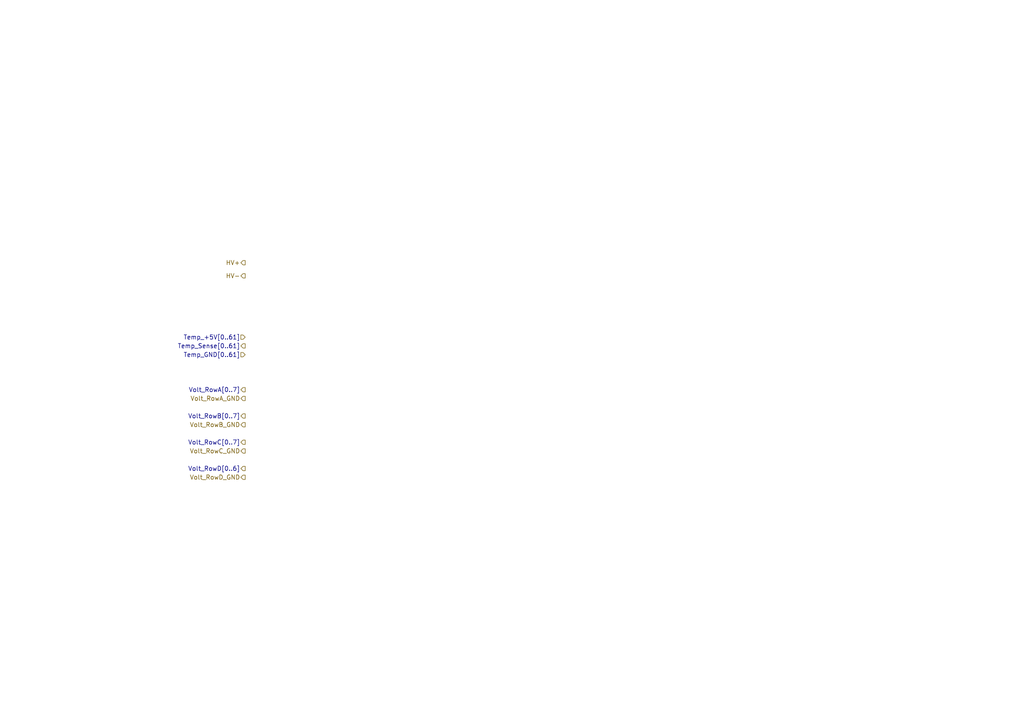
<source format=kicad_sch>
(kicad_sch
	(version 20231120)
	(generator "eeschema")
	(generator_version "8.0")
	(uuid "ff0a290e-dd86-45f7-a294-8313ac2aa50d")
	(paper "A4")
	(lib_symbols)
	(hierarchical_label "HV+"
		(shape output)
		(at 71.12 76.2 180)
		(fields_autoplaced yes)
		(effects
			(font
				(size 1.27 1.27)
			)
			(justify right)
		)
		(uuid "0790ae33-4d3c-4b51-90f2-1fd71dbef052")
	)
	(hierarchical_label "HV-"
		(shape output)
		(at 71.12 80.01 180)
		(fields_autoplaced yes)
		(effects
			(font
				(size 1.27 1.27)
			)
			(justify right)
		)
		(uuid "1776c584-5d96-4192-a24f-39451f7cf052")
	)
	(hierarchical_label "Temp_GND[0..61]"
		(shape input)
		(at 71.12 102.87 180)
		(fields_autoplaced yes)
		(effects
			(font
				(size 1.27 1.27)
			)
			(justify right)
		)
		(uuid "29fde623-3e0a-4232-890c-fd13995019e8")
	)
	(hierarchical_label "Volt_RowA_GND"
		(shape output)
		(at 71.12 115.57 180)
		(fields_autoplaced yes)
		(effects
			(font
				(size 1.27 1.27)
			)
			(justify right)
		)
		(uuid "2a5bf35d-62d1-4005-9b9b-6ba6c535125d")
	)
	(hierarchical_label "Volt_RowB[0..7]"
		(shape output)
		(at 71.12 120.65 180)
		(fields_autoplaced yes)
		(effects
			(font
				(size 1.27 1.27)
			)
			(justify right)
		)
		(uuid "42e8227f-09bd-475b-ab88-b4a77c6ca7ee")
	)
	(hierarchical_label "Temp_+5V[0..61]"
		(shape input)
		(at 71.12 97.79 180)
		(fields_autoplaced yes)
		(effects
			(font
				(size 1.27 1.27)
			)
			(justify right)
		)
		(uuid "6f981495-646c-40e7-a994-93f5508551db")
	)
	(hierarchical_label "Volt_RowC[0..7]"
		(shape output)
		(at 71.12 128.27 180)
		(fields_autoplaced yes)
		(effects
			(font
				(size 1.27 1.27)
			)
			(justify right)
		)
		(uuid "7dccff4e-1365-48ab-8e58-8e94505f81d8")
	)
	(hierarchical_label "Temp_Sense[0..61]"
		(shape output)
		(at 71.12 100.33 180)
		(fields_autoplaced yes)
		(effects
			(font
				(size 1.27 1.27)
			)
			(justify right)
		)
		(uuid "ade7c59e-f55c-4901-a2a6-b3e5228374fd")
	)
	(hierarchical_label "Volt_RowD[0..6]"
		(shape output)
		(at 71.12 135.89 180)
		(fields_autoplaced yes)
		(effects
			(font
				(size 1.27 1.27)
			)
			(justify right)
		)
		(uuid "d9b6c475-d29c-4195-b1f5-11d59d8aab7d")
	)
	(hierarchical_label "Volt_RowD_GND"
		(shape output)
		(at 71.12 138.43 180)
		(fields_autoplaced yes)
		(effects
			(font
				(size 1.27 1.27)
			)
			(justify right)
		)
		(uuid "dba879a2-c984-43ef-b2c2-77121594d8e2")
	)
	(hierarchical_label "Volt_RowB_GND"
		(shape output)
		(at 71.12 123.19 180)
		(fields_autoplaced yes)
		(effects
			(font
				(size 1.27 1.27)
			)
			(justify right)
		)
		(uuid "dca89dc4-9cff-4625-8d51-e1625a35615f")
	)
	(hierarchical_label "Volt_RowC_GND"
		(shape output)
		(at 71.12 130.81 180)
		(fields_autoplaced yes)
		(effects
			(font
				(size 1.27 1.27)
			)
			(justify right)
		)
		(uuid "e0b99f3f-1158-4478-b16a-1af9b60520a8")
	)
	(hierarchical_label "Volt_RowA[0..7]"
		(shape output)
		(at 71.12 113.03 180)
		(fields_autoplaced yes)
		(effects
			(font
				(size 1.27 1.27)
			)
			(justify right)
		)
		(uuid "f2cce21a-429c-4632-8c84-9bdfb56b52c9")
	)
)

</source>
